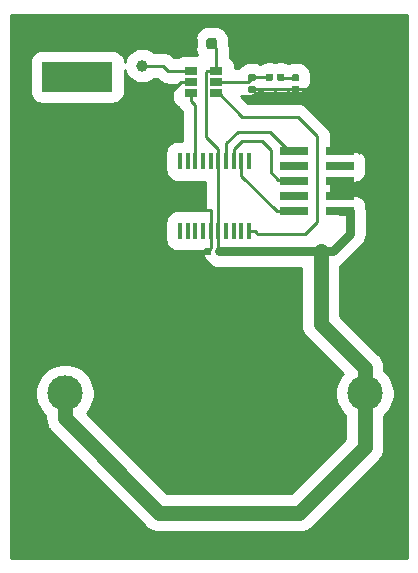
<source format=gbr>
G04 #@! TF.GenerationSoftware,KiCad,Pcbnew,(5.1.2)-2*
G04 #@! TF.CreationDate,2019-10-10T00:04:00-05:00*
G04 #@! TF.ProjectId,MillingTest,4d696c6c-696e-4675-9465-73742e6b6963,rev?*
G04 #@! TF.SameCoordinates,Original*
G04 #@! TF.FileFunction,Copper,L1,Top*
G04 #@! TF.FilePolarity,Positive*
%FSLAX46Y46*%
G04 Gerber Fmt 4.6, Leading zero omitted, Abs format (unit mm)*
G04 Created by KiCad (PCBNEW (5.1.2)-2) date 2019-10-10 00:04:00*
%MOMM*%
%LPD*%
G04 APERTURE LIST*
%ADD10R,2.400000X0.740000*%
%ADD11C,0.100000*%
%ADD12C,0.590000*%
%ADD13C,0.875000*%
%ADD14R,6.000000X2.500000*%
%ADD15C,1.000000*%
%ADD16R,0.450000X1.450000*%
%ADD17R,1.060000X0.650000*%
%ADD18R,8.000000X8.000000*%
%ADD19C,3.000000*%
%ADD20C,0.285750*%
%ADD21C,0.762000*%
%ADD22C,1.270000*%
%ADD23C,0.254000*%
G04 APERTURE END LIST*
D10*
X187534000Y-73533000D03*
X191434000Y-73533000D03*
X187534000Y-74803000D03*
X191434000Y-74803000D03*
X187534000Y-76073000D03*
X191434000Y-76073000D03*
X187534000Y-77343000D03*
X191434000Y-77343000D03*
X187534000Y-78613000D03*
X191434000Y-78613000D03*
D11*
G36*
X186556958Y-66952710D02*
G01*
X186571276Y-66954834D01*
X186585317Y-66958351D01*
X186598946Y-66963228D01*
X186612031Y-66969417D01*
X186624447Y-66976858D01*
X186636073Y-66985481D01*
X186646798Y-66995202D01*
X186656519Y-67005927D01*
X186665142Y-67017553D01*
X186672583Y-67029969D01*
X186678772Y-67043054D01*
X186683649Y-67056683D01*
X186687166Y-67070724D01*
X186689290Y-67085042D01*
X186690000Y-67099500D01*
X186690000Y-67444500D01*
X186689290Y-67458958D01*
X186687166Y-67473276D01*
X186683649Y-67487317D01*
X186678772Y-67500946D01*
X186672583Y-67514031D01*
X186665142Y-67526447D01*
X186656519Y-67538073D01*
X186646798Y-67548798D01*
X186636073Y-67558519D01*
X186624447Y-67567142D01*
X186612031Y-67574583D01*
X186598946Y-67580772D01*
X186585317Y-67585649D01*
X186571276Y-67589166D01*
X186556958Y-67591290D01*
X186542500Y-67592000D01*
X186247500Y-67592000D01*
X186233042Y-67591290D01*
X186218724Y-67589166D01*
X186204683Y-67585649D01*
X186191054Y-67580772D01*
X186177969Y-67574583D01*
X186165553Y-67567142D01*
X186153927Y-67558519D01*
X186143202Y-67548798D01*
X186133481Y-67538073D01*
X186124858Y-67526447D01*
X186117417Y-67514031D01*
X186111228Y-67500946D01*
X186106351Y-67487317D01*
X186102834Y-67473276D01*
X186100710Y-67458958D01*
X186100000Y-67444500D01*
X186100000Y-67099500D01*
X186100710Y-67085042D01*
X186102834Y-67070724D01*
X186106351Y-67056683D01*
X186111228Y-67043054D01*
X186117417Y-67029969D01*
X186124858Y-67017553D01*
X186133481Y-67005927D01*
X186143202Y-66995202D01*
X186153927Y-66985481D01*
X186165553Y-66976858D01*
X186177969Y-66969417D01*
X186191054Y-66963228D01*
X186204683Y-66958351D01*
X186218724Y-66954834D01*
X186233042Y-66952710D01*
X186247500Y-66952000D01*
X186542500Y-66952000D01*
X186556958Y-66952710D01*
X186556958Y-66952710D01*
G37*
D12*
X186395000Y-67272000D03*
D11*
G36*
X185586958Y-66952710D02*
G01*
X185601276Y-66954834D01*
X185615317Y-66958351D01*
X185628946Y-66963228D01*
X185642031Y-66969417D01*
X185654447Y-66976858D01*
X185666073Y-66985481D01*
X185676798Y-66995202D01*
X185686519Y-67005927D01*
X185695142Y-67017553D01*
X185702583Y-67029969D01*
X185708772Y-67043054D01*
X185713649Y-67056683D01*
X185717166Y-67070724D01*
X185719290Y-67085042D01*
X185720000Y-67099500D01*
X185720000Y-67444500D01*
X185719290Y-67458958D01*
X185717166Y-67473276D01*
X185713649Y-67487317D01*
X185708772Y-67500946D01*
X185702583Y-67514031D01*
X185695142Y-67526447D01*
X185686519Y-67538073D01*
X185676798Y-67548798D01*
X185666073Y-67558519D01*
X185654447Y-67567142D01*
X185642031Y-67574583D01*
X185628946Y-67580772D01*
X185615317Y-67585649D01*
X185601276Y-67589166D01*
X185586958Y-67591290D01*
X185572500Y-67592000D01*
X185277500Y-67592000D01*
X185263042Y-67591290D01*
X185248724Y-67589166D01*
X185234683Y-67585649D01*
X185221054Y-67580772D01*
X185207969Y-67574583D01*
X185195553Y-67567142D01*
X185183927Y-67558519D01*
X185173202Y-67548798D01*
X185163481Y-67538073D01*
X185154858Y-67526447D01*
X185147417Y-67514031D01*
X185141228Y-67500946D01*
X185136351Y-67487317D01*
X185132834Y-67473276D01*
X185130710Y-67458958D01*
X185130000Y-67444500D01*
X185130000Y-67099500D01*
X185130710Y-67085042D01*
X185132834Y-67070724D01*
X185136351Y-67056683D01*
X185141228Y-67043054D01*
X185147417Y-67029969D01*
X185154858Y-67017553D01*
X185163481Y-67005927D01*
X185173202Y-66995202D01*
X185183927Y-66985481D01*
X185195553Y-66976858D01*
X185207969Y-66969417D01*
X185221054Y-66963228D01*
X185234683Y-66958351D01*
X185248724Y-66954834D01*
X185263042Y-66952710D01*
X185277500Y-66952000D01*
X185572500Y-66952000D01*
X185586958Y-66952710D01*
X185586958Y-66952710D01*
G37*
D12*
X185425000Y-67272000D03*
D11*
G36*
X187826958Y-67982710D02*
G01*
X187841276Y-67984834D01*
X187855317Y-67988351D01*
X187868946Y-67993228D01*
X187882031Y-67999417D01*
X187894447Y-68006858D01*
X187906073Y-68015481D01*
X187916798Y-68025202D01*
X187926519Y-68035927D01*
X187935142Y-68047553D01*
X187942583Y-68059969D01*
X187948772Y-68073054D01*
X187953649Y-68086683D01*
X187957166Y-68100724D01*
X187959290Y-68115042D01*
X187960000Y-68129500D01*
X187960000Y-68424500D01*
X187959290Y-68438958D01*
X187957166Y-68453276D01*
X187953649Y-68467317D01*
X187948772Y-68480946D01*
X187942583Y-68494031D01*
X187935142Y-68506447D01*
X187926519Y-68518073D01*
X187916798Y-68528798D01*
X187906073Y-68538519D01*
X187894447Y-68547142D01*
X187882031Y-68554583D01*
X187868946Y-68560772D01*
X187855317Y-68565649D01*
X187841276Y-68569166D01*
X187826958Y-68571290D01*
X187812500Y-68572000D01*
X187467500Y-68572000D01*
X187453042Y-68571290D01*
X187438724Y-68569166D01*
X187424683Y-68565649D01*
X187411054Y-68560772D01*
X187397969Y-68554583D01*
X187385553Y-68547142D01*
X187373927Y-68538519D01*
X187363202Y-68528798D01*
X187353481Y-68518073D01*
X187344858Y-68506447D01*
X187337417Y-68494031D01*
X187331228Y-68480946D01*
X187326351Y-68467317D01*
X187322834Y-68453276D01*
X187320710Y-68438958D01*
X187320000Y-68424500D01*
X187320000Y-68129500D01*
X187320710Y-68115042D01*
X187322834Y-68100724D01*
X187326351Y-68086683D01*
X187331228Y-68073054D01*
X187337417Y-68059969D01*
X187344858Y-68047553D01*
X187353481Y-68035927D01*
X187363202Y-68025202D01*
X187373927Y-68015481D01*
X187385553Y-68006858D01*
X187397969Y-67999417D01*
X187411054Y-67993228D01*
X187424683Y-67988351D01*
X187438724Y-67984834D01*
X187453042Y-67982710D01*
X187467500Y-67982000D01*
X187812500Y-67982000D01*
X187826958Y-67982710D01*
X187826958Y-67982710D01*
G37*
D12*
X187640000Y-68277000D03*
D11*
G36*
X187826958Y-67012710D02*
G01*
X187841276Y-67014834D01*
X187855317Y-67018351D01*
X187868946Y-67023228D01*
X187882031Y-67029417D01*
X187894447Y-67036858D01*
X187906073Y-67045481D01*
X187916798Y-67055202D01*
X187926519Y-67065927D01*
X187935142Y-67077553D01*
X187942583Y-67089969D01*
X187948772Y-67103054D01*
X187953649Y-67116683D01*
X187957166Y-67130724D01*
X187959290Y-67145042D01*
X187960000Y-67159500D01*
X187960000Y-67454500D01*
X187959290Y-67468958D01*
X187957166Y-67483276D01*
X187953649Y-67497317D01*
X187948772Y-67510946D01*
X187942583Y-67524031D01*
X187935142Y-67536447D01*
X187926519Y-67548073D01*
X187916798Y-67558798D01*
X187906073Y-67568519D01*
X187894447Y-67577142D01*
X187882031Y-67584583D01*
X187868946Y-67590772D01*
X187855317Y-67595649D01*
X187841276Y-67599166D01*
X187826958Y-67601290D01*
X187812500Y-67602000D01*
X187467500Y-67602000D01*
X187453042Y-67601290D01*
X187438724Y-67599166D01*
X187424683Y-67595649D01*
X187411054Y-67590772D01*
X187397969Y-67584583D01*
X187385553Y-67577142D01*
X187373927Y-67568519D01*
X187363202Y-67558798D01*
X187353481Y-67548073D01*
X187344858Y-67536447D01*
X187337417Y-67524031D01*
X187331228Y-67510946D01*
X187326351Y-67497317D01*
X187322834Y-67483276D01*
X187320710Y-67468958D01*
X187320000Y-67454500D01*
X187320000Y-67159500D01*
X187320710Y-67145042D01*
X187322834Y-67130724D01*
X187326351Y-67116683D01*
X187331228Y-67103054D01*
X187337417Y-67089969D01*
X187344858Y-67077553D01*
X187353481Y-67065927D01*
X187363202Y-67055202D01*
X187373927Y-67045481D01*
X187385553Y-67036858D01*
X187397969Y-67029417D01*
X187411054Y-67023228D01*
X187424683Y-67018351D01*
X187438724Y-67014834D01*
X187453042Y-67012710D01*
X187467500Y-67012000D01*
X187812500Y-67012000D01*
X187826958Y-67012710D01*
X187826958Y-67012710D01*
G37*
D12*
X187640000Y-67307000D03*
D11*
G36*
X179212691Y-63946053D02*
G01*
X179233926Y-63949203D01*
X179254750Y-63954419D01*
X179274962Y-63961651D01*
X179294368Y-63970830D01*
X179312781Y-63981866D01*
X179330024Y-63994654D01*
X179345930Y-64009070D01*
X179360346Y-64024976D01*
X179373134Y-64042219D01*
X179384170Y-64060632D01*
X179393349Y-64080038D01*
X179400581Y-64100250D01*
X179405797Y-64121074D01*
X179408947Y-64142309D01*
X179410000Y-64163750D01*
X179410000Y-64676250D01*
X179408947Y-64697691D01*
X179405797Y-64718926D01*
X179400581Y-64739750D01*
X179393349Y-64759962D01*
X179384170Y-64779368D01*
X179373134Y-64797781D01*
X179360346Y-64815024D01*
X179345930Y-64830930D01*
X179330024Y-64845346D01*
X179312781Y-64858134D01*
X179294368Y-64869170D01*
X179274962Y-64878349D01*
X179254750Y-64885581D01*
X179233926Y-64890797D01*
X179212691Y-64893947D01*
X179191250Y-64895000D01*
X178753750Y-64895000D01*
X178732309Y-64893947D01*
X178711074Y-64890797D01*
X178690250Y-64885581D01*
X178670038Y-64878349D01*
X178650632Y-64869170D01*
X178632219Y-64858134D01*
X178614976Y-64845346D01*
X178599070Y-64830930D01*
X178584654Y-64815024D01*
X178571866Y-64797781D01*
X178560830Y-64779368D01*
X178551651Y-64759962D01*
X178544419Y-64739750D01*
X178539203Y-64718926D01*
X178536053Y-64697691D01*
X178535000Y-64676250D01*
X178535000Y-64163750D01*
X178536053Y-64142309D01*
X178539203Y-64121074D01*
X178544419Y-64100250D01*
X178551651Y-64080038D01*
X178560830Y-64060632D01*
X178571866Y-64042219D01*
X178584654Y-64024976D01*
X178599070Y-64009070D01*
X178614976Y-63994654D01*
X178632219Y-63981866D01*
X178650632Y-63970830D01*
X178670038Y-63961651D01*
X178690250Y-63954419D01*
X178711074Y-63949203D01*
X178732309Y-63946053D01*
X178753750Y-63945000D01*
X179191250Y-63945000D01*
X179212691Y-63946053D01*
X179212691Y-63946053D01*
G37*
D13*
X178972500Y-64420000D03*
D11*
G36*
X180787691Y-63946053D02*
G01*
X180808926Y-63949203D01*
X180829750Y-63954419D01*
X180849962Y-63961651D01*
X180869368Y-63970830D01*
X180887781Y-63981866D01*
X180905024Y-63994654D01*
X180920930Y-64009070D01*
X180935346Y-64024976D01*
X180948134Y-64042219D01*
X180959170Y-64060632D01*
X180968349Y-64080038D01*
X180975581Y-64100250D01*
X180980797Y-64121074D01*
X180983947Y-64142309D01*
X180985000Y-64163750D01*
X180985000Y-64676250D01*
X180983947Y-64697691D01*
X180980797Y-64718926D01*
X180975581Y-64739750D01*
X180968349Y-64759962D01*
X180959170Y-64779368D01*
X180948134Y-64797781D01*
X180935346Y-64815024D01*
X180920930Y-64830930D01*
X180905024Y-64845346D01*
X180887781Y-64858134D01*
X180869368Y-64869170D01*
X180849962Y-64878349D01*
X180829750Y-64885581D01*
X180808926Y-64890797D01*
X180787691Y-64893947D01*
X180766250Y-64895000D01*
X180328750Y-64895000D01*
X180307309Y-64893947D01*
X180286074Y-64890797D01*
X180265250Y-64885581D01*
X180245038Y-64878349D01*
X180225632Y-64869170D01*
X180207219Y-64858134D01*
X180189976Y-64845346D01*
X180174070Y-64830930D01*
X180159654Y-64815024D01*
X180146866Y-64797781D01*
X180135830Y-64779368D01*
X180126651Y-64759962D01*
X180119419Y-64739750D01*
X180114203Y-64718926D01*
X180111053Y-64697691D01*
X180110000Y-64676250D01*
X180110000Y-64163750D01*
X180111053Y-64142309D01*
X180114203Y-64121074D01*
X180119419Y-64100250D01*
X180126651Y-64080038D01*
X180135830Y-64060632D01*
X180146866Y-64042219D01*
X180159654Y-64024976D01*
X180174070Y-64009070D01*
X180189976Y-63994654D01*
X180207219Y-63981866D01*
X180225632Y-63970830D01*
X180245038Y-63961651D01*
X180265250Y-63954419D01*
X180286074Y-63949203D01*
X180307309Y-63946053D01*
X180328750Y-63945000D01*
X180766250Y-63945000D01*
X180787691Y-63946053D01*
X180787691Y-63946053D01*
G37*
D13*
X180547500Y-64420000D03*
D11*
G36*
X184146958Y-67987710D02*
G01*
X184161276Y-67989834D01*
X184175317Y-67993351D01*
X184188946Y-67998228D01*
X184202031Y-68004417D01*
X184214447Y-68011858D01*
X184226073Y-68020481D01*
X184236798Y-68030202D01*
X184246519Y-68040927D01*
X184255142Y-68052553D01*
X184262583Y-68064969D01*
X184268772Y-68078054D01*
X184273649Y-68091683D01*
X184277166Y-68105724D01*
X184279290Y-68120042D01*
X184280000Y-68134500D01*
X184280000Y-68429500D01*
X184279290Y-68443958D01*
X184277166Y-68458276D01*
X184273649Y-68472317D01*
X184268772Y-68485946D01*
X184262583Y-68499031D01*
X184255142Y-68511447D01*
X184246519Y-68523073D01*
X184236798Y-68533798D01*
X184226073Y-68543519D01*
X184214447Y-68552142D01*
X184202031Y-68559583D01*
X184188946Y-68565772D01*
X184175317Y-68570649D01*
X184161276Y-68574166D01*
X184146958Y-68576290D01*
X184132500Y-68577000D01*
X183787500Y-68577000D01*
X183773042Y-68576290D01*
X183758724Y-68574166D01*
X183744683Y-68570649D01*
X183731054Y-68565772D01*
X183717969Y-68559583D01*
X183705553Y-68552142D01*
X183693927Y-68543519D01*
X183683202Y-68533798D01*
X183673481Y-68523073D01*
X183664858Y-68511447D01*
X183657417Y-68499031D01*
X183651228Y-68485946D01*
X183646351Y-68472317D01*
X183642834Y-68458276D01*
X183640710Y-68443958D01*
X183640000Y-68429500D01*
X183640000Y-68134500D01*
X183640710Y-68120042D01*
X183642834Y-68105724D01*
X183646351Y-68091683D01*
X183651228Y-68078054D01*
X183657417Y-68064969D01*
X183664858Y-68052553D01*
X183673481Y-68040927D01*
X183683202Y-68030202D01*
X183693927Y-68020481D01*
X183705553Y-68011858D01*
X183717969Y-68004417D01*
X183731054Y-67998228D01*
X183744683Y-67993351D01*
X183758724Y-67989834D01*
X183773042Y-67987710D01*
X183787500Y-67987000D01*
X184132500Y-67987000D01*
X184146958Y-67987710D01*
X184146958Y-67987710D01*
G37*
D12*
X183960000Y-68282000D03*
D11*
G36*
X184146958Y-67017710D02*
G01*
X184161276Y-67019834D01*
X184175317Y-67023351D01*
X184188946Y-67028228D01*
X184202031Y-67034417D01*
X184214447Y-67041858D01*
X184226073Y-67050481D01*
X184236798Y-67060202D01*
X184246519Y-67070927D01*
X184255142Y-67082553D01*
X184262583Y-67094969D01*
X184268772Y-67108054D01*
X184273649Y-67121683D01*
X184277166Y-67135724D01*
X184279290Y-67150042D01*
X184280000Y-67164500D01*
X184280000Y-67459500D01*
X184279290Y-67473958D01*
X184277166Y-67488276D01*
X184273649Y-67502317D01*
X184268772Y-67515946D01*
X184262583Y-67529031D01*
X184255142Y-67541447D01*
X184246519Y-67553073D01*
X184236798Y-67563798D01*
X184226073Y-67573519D01*
X184214447Y-67582142D01*
X184202031Y-67589583D01*
X184188946Y-67595772D01*
X184175317Y-67600649D01*
X184161276Y-67604166D01*
X184146958Y-67606290D01*
X184132500Y-67607000D01*
X183787500Y-67607000D01*
X183773042Y-67606290D01*
X183758724Y-67604166D01*
X183744683Y-67600649D01*
X183731054Y-67595772D01*
X183717969Y-67589583D01*
X183705553Y-67582142D01*
X183693927Y-67573519D01*
X183683202Y-67563798D01*
X183673481Y-67553073D01*
X183664858Y-67541447D01*
X183657417Y-67529031D01*
X183651228Y-67515946D01*
X183646351Y-67502317D01*
X183642834Y-67488276D01*
X183640710Y-67473958D01*
X183640000Y-67459500D01*
X183640000Y-67164500D01*
X183640710Y-67150042D01*
X183642834Y-67135724D01*
X183646351Y-67121683D01*
X183651228Y-67108054D01*
X183657417Y-67094969D01*
X183664858Y-67082553D01*
X183673481Y-67070927D01*
X183683202Y-67060202D01*
X183693927Y-67050481D01*
X183705553Y-67041858D01*
X183717969Y-67034417D01*
X183731054Y-67028228D01*
X183744683Y-67023351D01*
X183758724Y-67019834D01*
X183773042Y-67017710D01*
X183787500Y-67017000D01*
X184132500Y-67017000D01*
X184146958Y-67017710D01*
X184146958Y-67017710D01*
G37*
D12*
X183960000Y-67312000D03*
D14*
X169170000Y-67230000D03*
D15*
X174670000Y-68180000D03*
X174670000Y-66280000D03*
D16*
X183725000Y-80270000D03*
X183075000Y-80270000D03*
X182425000Y-80270000D03*
X181775000Y-80270000D03*
X181125000Y-80270000D03*
X180475000Y-80270000D03*
X179825000Y-80270000D03*
X179175000Y-80270000D03*
X178525000Y-80270000D03*
X177875000Y-80270000D03*
X177875000Y-74370000D03*
X178525000Y-74370000D03*
X179175000Y-74370000D03*
X179825000Y-74370000D03*
X180475000Y-74370000D03*
X181125000Y-74370000D03*
X181775000Y-74370000D03*
X182425000Y-74370000D03*
X183075000Y-74370000D03*
X183725000Y-74370000D03*
D17*
X180960000Y-67680000D03*
X180960000Y-66730000D03*
X180960000Y-68630000D03*
X178760000Y-68630000D03*
X178760000Y-67680000D03*
X178760000Y-66730000D03*
D11*
G36*
X180391958Y-81690710D02*
G01*
X180406276Y-81692834D01*
X180420317Y-81696351D01*
X180433946Y-81701228D01*
X180447031Y-81707417D01*
X180459447Y-81714858D01*
X180471073Y-81723481D01*
X180481798Y-81733202D01*
X180491519Y-81743927D01*
X180500142Y-81755553D01*
X180507583Y-81767969D01*
X180513772Y-81781054D01*
X180518649Y-81794683D01*
X180522166Y-81808724D01*
X180524290Y-81823042D01*
X180525000Y-81837500D01*
X180525000Y-82182500D01*
X180524290Y-82196958D01*
X180522166Y-82211276D01*
X180518649Y-82225317D01*
X180513772Y-82238946D01*
X180507583Y-82252031D01*
X180500142Y-82264447D01*
X180491519Y-82276073D01*
X180481798Y-82286798D01*
X180471073Y-82296519D01*
X180459447Y-82305142D01*
X180447031Y-82312583D01*
X180433946Y-82318772D01*
X180420317Y-82323649D01*
X180406276Y-82327166D01*
X180391958Y-82329290D01*
X180377500Y-82330000D01*
X180082500Y-82330000D01*
X180068042Y-82329290D01*
X180053724Y-82327166D01*
X180039683Y-82323649D01*
X180026054Y-82318772D01*
X180012969Y-82312583D01*
X180000553Y-82305142D01*
X179988927Y-82296519D01*
X179978202Y-82286798D01*
X179968481Y-82276073D01*
X179959858Y-82264447D01*
X179952417Y-82252031D01*
X179946228Y-82238946D01*
X179941351Y-82225317D01*
X179937834Y-82211276D01*
X179935710Y-82196958D01*
X179935000Y-82182500D01*
X179935000Y-81837500D01*
X179935710Y-81823042D01*
X179937834Y-81808724D01*
X179941351Y-81794683D01*
X179946228Y-81781054D01*
X179952417Y-81767969D01*
X179959858Y-81755553D01*
X179968481Y-81743927D01*
X179978202Y-81733202D01*
X179988927Y-81723481D01*
X180000553Y-81714858D01*
X180012969Y-81707417D01*
X180026054Y-81701228D01*
X180039683Y-81696351D01*
X180053724Y-81692834D01*
X180068042Y-81690710D01*
X180082500Y-81690000D01*
X180377500Y-81690000D01*
X180391958Y-81690710D01*
X180391958Y-81690710D01*
G37*
D12*
X180230000Y-82010000D03*
D11*
G36*
X181361958Y-81690710D02*
G01*
X181376276Y-81692834D01*
X181390317Y-81696351D01*
X181403946Y-81701228D01*
X181417031Y-81707417D01*
X181429447Y-81714858D01*
X181441073Y-81723481D01*
X181451798Y-81733202D01*
X181461519Y-81743927D01*
X181470142Y-81755553D01*
X181477583Y-81767969D01*
X181483772Y-81781054D01*
X181488649Y-81794683D01*
X181492166Y-81808724D01*
X181494290Y-81823042D01*
X181495000Y-81837500D01*
X181495000Y-82182500D01*
X181494290Y-82196958D01*
X181492166Y-82211276D01*
X181488649Y-82225317D01*
X181483772Y-82238946D01*
X181477583Y-82252031D01*
X181470142Y-82264447D01*
X181461519Y-82276073D01*
X181451798Y-82286798D01*
X181441073Y-82296519D01*
X181429447Y-82305142D01*
X181417031Y-82312583D01*
X181403946Y-82318772D01*
X181390317Y-82323649D01*
X181376276Y-82327166D01*
X181361958Y-82329290D01*
X181347500Y-82330000D01*
X181052500Y-82330000D01*
X181038042Y-82329290D01*
X181023724Y-82327166D01*
X181009683Y-82323649D01*
X180996054Y-82318772D01*
X180982969Y-82312583D01*
X180970553Y-82305142D01*
X180958927Y-82296519D01*
X180948202Y-82286798D01*
X180938481Y-82276073D01*
X180929858Y-82264447D01*
X180922417Y-82252031D01*
X180916228Y-82238946D01*
X180911351Y-82225317D01*
X180907834Y-82211276D01*
X180905710Y-82196958D01*
X180905000Y-82182500D01*
X180905000Y-81837500D01*
X180905710Y-81823042D01*
X180907834Y-81808724D01*
X180911351Y-81794683D01*
X180916228Y-81781054D01*
X180922417Y-81767969D01*
X180929858Y-81755553D01*
X180938481Y-81743927D01*
X180948202Y-81733202D01*
X180958927Y-81723481D01*
X180970553Y-81714858D01*
X180982969Y-81707417D01*
X180996054Y-81701228D01*
X181009683Y-81696351D01*
X181023724Y-81692834D01*
X181038042Y-81690710D01*
X181052500Y-81690000D01*
X181347500Y-81690000D01*
X181361958Y-81690710D01*
X181361958Y-81690710D01*
G37*
D12*
X181200000Y-82010000D03*
D18*
X180820000Y-94030000D03*
D19*
X193520000Y-94030000D03*
X168120000Y-94030000D03*
D20*
X180475000Y-81765000D02*
X180475000Y-80270000D01*
X180230000Y-82010000D02*
X180475000Y-81765000D01*
X180475000Y-80270000D02*
X180475000Y-78478000D01*
X177944250Y-67680000D02*
X177679250Y-67945000D01*
X178760000Y-67680000D02*
X177944250Y-67680000D01*
X177679250Y-67945000D02*
X176784000Y-67945000D01*
X180475000Y-78478000D02*
X179443000Y-78478000D01*
X179443000Y-78478000D02*
X179324000Y-78359000D01*
X179324000Y-78359000D02*
X179324000Y-77470000D01*
X177944250Y-67680000D02*
X177044250Y-68580000D01*
X176644250Y-68180000D02*
X174670000Y-68180000D01*
X177044250Y-68580000D02*
X176644250Y-68180000D01*
X183960000Y-68282000D02*
X185122000Y-68282000D01*
X185127000Y-68277000D02*
X187640000Y-68277000D01*
X185122000Y-68282000D02*
X185127000Y-68277000D01*
X187640000Y-68277000D02*
X190197000Y-68277000D01*
X191434000Y-77343000D02*
X191434000Y-76073000D01*
X192919750Y-73533000D02*
X193046750Y-73660000D01*
X191434000Y-73533000D02*
X192919750Y-73533000D01*
X180910000Y-66680000D02*
X180960000Y-66730000D01*
X180547500Y-64420000D02*
X180910000Y-64782500D01*
X180910000Y-64782500D02*
X180910000Y-66680000D01*
X181125000Y-81935000D02*
X181200000Y-82010000D01*
X181125000Y-80270000D02*
X181125000Y-81935000D01*
X181125000Y-80270000D02*
X181125000Y-74370000D01*
X180144250Y-66730000D02*
X180960000Y-66730000D01*
X180087124Y-66787126D02*
X180144250Y-66730000D01*
X180087124Y-72321374D02*
X180087124Y-66787126D01*
X181125000Y-73359250D02*
X180087124Y-72321374D01*
X181125000Y-74370000D02*
X181125000Y-73359250D01*
D21*
X192264000Y-78613000D02*
X191434000Y-78613000D01*
X192278000Y-78627000D02*
X192264000Y-78613000D01*
X192278000Y-80518000D02*
X192278000Y-78627000D01*
X191262000Y-81534000D02*
X192278000Y-80518000D01*
X190786000Y-82010000D02*
X191262000Y-81534000D01*
D22*
X193520000Y-98580000D02*
X193520000Y-94030000D01*
X187960000Y-104140000D02*
X193520000Y-98580000D01*
X176108680Y-104140000D02*
X187960000Y-104140000D01*
X168120000Y-94030000D02*
X168120000Y-96151320D01*
X168120000Y-96151320D02*
X176108680Y-104140000D01*
X189770000Y-88158680D02*
X189770000Y-82010000D01*
X193520000Y-91908680D02*
X189770000Y-88158680D01*
X193520000Y-94030000D02*
X193520000Y-91908680D01*
D21*
X181200000Y-82010000D02*
X189770000Y-82010000D01*
X189770000Y-82010000D02*
X190786000Y-82010000D01*
D20*
X186980000Y-73410000D02*
X185452000Y-71882000D01*
X181775000Y-73359250D02*
X181775000Y-74370000D01*
X185452000Y-71882000D02*
X182753000Y-71882000D01*
X181775000Y-72860000D02*
X181775000Y-73359250D01*
X182753000Y-71882000D02*
X181775000Y-72860000D01*
X182425000Y-74370000D02*
X182425000Y-73359250D01*
X182425000Y-73359250D02*
X183140250Y-72644000D01*
X183140250Y-72644000D02*
X184785000Y-72644000D01*
X184785000Y-72644000D02*
X185547000Y-73406000D01*
X186186000Y-75950000D02*
X186980000Y-75950000D01*
X185547000Y-73406000D02*
X185547000Y-75311000D01*
X185547000Y-75311000D02*
X186186000Y-75950000D01*
X186048250Y-78613000D02*
X187534000Y-78613000D01*
X183075000Y-75639750D02*
X186048250Y-78613000D01*
X183075000Y-74370000D02*
X183075000Y-75639750D01*
X176880000Y-66730000D02*
X178760000Y-66730000D01*
X174670000Y-66280000D02*
X176430000Y-66280000D01*
X176430000Y-66280000D02*
X176880000Y-66730000D01*
X183820000Y-67172000D02*
X183960000Y-67312000D01*
X184000000Y-67272000D02*
X183960000Y-67312000D01*
X185425000Y-67272000D02*
X184000000Y-67272000D01*
X183592000Y-67680000D02*
X183960000Y-67312000D01*
X180960000Y-67680000D02*
X183592000Y-67680000D01*
X186430000Y-67307000D02*
X186395000Y-67272000D01*
X187640000Y-67307000D02*
X186430000Y-67307000D01*
X184235750Y-80270000D02*
X183725000Y-80270000D01*
X184404000Y-80518000D02*
X184404000Y-80438250D01*
X188468000Y-80518000D02*
X184404000Y-80518000D01*
X181165000Y-68630000D02*
X183147000Y-70612000D01*
X180960000Y-68630000D02*
X181165000Y-68630000D01*
X183147000Y-70612000D02*
X187833000Y-70612000D01*
X187833000Y-70612000D02*
X189484000Y-72263000D01*
X184404000Y-80438250D02*
X184235750Y-80270000D01*
X189484000Y-72263000D02*
X189484000Y-79502000D01*
X189484000Y-79502000D02*
X188468000Y-80518000D01*
X179175000Y-73359250D02*
X179175000Y-74370000D01*
X179175000Y-69655750D02*
X179175000Y-73359250D01*
X178760000Y-69240750D02*
X179175000Y-69655750D01*
X178760000Y-68630000D02*
X178760000Y-69240750D01*
D23*
G36*
X197079000Y-107959000D02*
G01*
X163601000Y-107959000D01*
X163601000Y-65980000D01*
X165149085Y-65980000D01*
X165149085Y-68480000D01*
X165168702Y-68679171D01*
X165226798Y-68870687D01*
X165321140Y-69047190D01*
X165448104Y-69201896D01*
X165602810Y-69328860D01*
X165779313Y-69423202D01*
X165970829Y-69481298D01*
X166170000Y-69500915D01*
X172170000Y-69500915D01*
X172369171Y-69481298D01*
X172560687Y-69423202D01*
X172737190Y-69328860D01*
X172891896Y-69201896D01*
X173018860Y-69047190D01*
X173113202Y-68870687D01*
X173171298Y-68679171D01*
X173190915Y-68480000D01*
X173190915Y-66614897D01*
X173212259Y-66722201D01*
X173326538Y-66998095D01*
X173492446Y-67246393D01*
X173703607Y-67457554D01*
X173951905Y-67623462D01*
X174227799Y-67737741D01*
X174520687Y-67796000D01*
X174819313Y-67796000D01*
X175112201Y-67737741D01*
X175388095Y-67623462D01*
X175636393Y-67457554D01*
X175655072Y-67438875D01*
X175949979Y-67438875D01*
X176020294Y-67509190D01*
X176056587Y-67553413D01*
X176233048Y-67698231D01*
X176434372Y-67805841D01*
X176652821Y-67872107D01*
X176823071Y-67888875D01*
X176823080Y-67888875D01*
X176879999Y-67894481D01*
X176936918Y-67888875D01*
X177300395Y-67888875D01*
X177286798Y-67914313D01*
X177228702Y-68105829D01*
X177209085Y-68305000D01*
X177209085Y-68955000D01*
X177228702Y-69154171D01*
X177286798Y-69345687D01*
X177381140Y-69522190D01*
X177508104Y-69676896D01*
X177662810Y-69803860D01*
X177780611Y-69866825D01*
X177791769Y-69887701D01*
X177900297Y-70019943D01*
X177900300Y-70019946D01*
X177936588Y-70064163D01*
X177980805Y-70100451D01*
X178016125Y-70135771D01*
X178016126Y-72624085D01*
X177650000Y-72624085D01*
X177450829Y-72643702D01*
X177259313Y-72701798D01*
X177082810Y-72796140D01*
X176928104Y-72923104D01*
X176801140Y-73077810D01*
X176706798Y-73254313D01*
X176648702Y-73445829D01*
X176629085Y-73645000D01*
X176629085Y-75095000D01*
X176648702Y-75294171D01*
X176706798Y-75485687D01*
X176801140Y-75662190D01*
X176928104Y-75816896D01*
X177082810Y-75943860D01*
X177259313Y-76038202D01*
X177450829Y-76096298D01*
X177650000Y-76115915D01*
X178100000Y-76115915D01*
X178200000Y-76106066D01*
X178300000Y-76115915D01*
X178750000Y-76115915D01*
X178850000Y-76106066D01*
X178950000Y-76115915D01*
X179400000Y-76115915D01*
X179500000Y-76106066D01*
X179600000Y-76115915D01*
X179966126Y-76115915D01*
X179966125Y-78524085D01*
X179600000Y-78524085D01*
X179500000Y-78533934D01*
X179400000Y-78524085D01*
X178950000Y-78524085D01*
X178850000Y-78533934D01*
X178750000Y-78524085D01*
X178300000Y-78524085D01*
X178200000Y-78533934D01*
X178100000Y-78524085D01*
X177650000Y-78524085D01*
X177450829Y-78543702D01*
X177259313Y-78601798D01*
X177082810Y-78696140D01*
X176928104Y-78823104D01*
X176801140Y-78977810D01*
X176706798Y-79154313D01*
X176648702Y-79345829D01*
X176629085Y-79545000D01*
X176629085Y-80995000D01*
X176648702Y-81194171D01*
X176706798Y-81385687D01*
X176801140Y-81562190D01*
X176928104Y-81716896D01*
X177082810Y-81843860D01*
X177259313Y-81938202D01*
X177450829Y-81996298D01*
X177650000Y-82015915D01*
X178100000Y-82015915D01*
X178200000Y-82006066D01*
X178300000Y-82015915D01*
X178750000Y-82015915D01*
X178850000Y-82006066D01*
X178950000Y-82015915D01*
X179400000Y-82015915D01*
X179500000Y-82006066D01*
X179600000Y-82015915D01*
X179796824Y-82015915D01*
X179823214Y-82283860D01*
X179903096Y-82547195D01*
X180032817Y-82789887D01*
X180207392Y-83002608D01*
X180420113Y-83177183D01*
X180662805Y-83306904D01*
X180926140Y-83386786D01*
X181131375Y-83407000D01*
X188119001Y-83407000D01*
X188119000Y-88077579D01*
X188111012Y-88158680D01*
X188119000Y-88239781D01*
X188119000Y-88239783D01*
X188142889Y-88482332D01*
X188237295Y-88793546D01*
X188390602Y-89080363D01*
X188596918Y-89331762D01*
X188659921Y-89383467D01*
X191634146Y-92357692D01*
X191565695Y-92426143D01*
X191290350Y-92838227D01*
X191100688Y-93296110D01*
X191004000Y-93782196D01*
X191004000Y-94277804D01*
X191100688Y-94763890D01*
X191290350Y-95221773D01*
X191565695Y-95633857D01*
X191869001Y-95937163D01*
X191869000Y-97896133D01*
X187276134Y-102489000D01*
X176792546Y-102489000D01*
X170005854Y-95702308D01*
X170074305Y-95633857D01*
X170349650Y-95221773D01*
X170539312Y-94763890D01*
X170636000Y-94277804D01*
X170636000Y-93782196D01*
X170539312Y-93296110D01*
X170349650Y-92838227D01*
X170074305Y-92426143D01*
X169723857Y-92075695D01*
X169311773Y-91800350D01*
X168853890Y-91610688D01*
X168367804Y-91514000D01*
X167872196Y-91514000D01*
X167386110Y-91610688D01*
X166928227Y-91800350D01*
X166516143Y-92075695D01*
X166165695Y-92426143D01*
X165890350Y-92838227D01*
X165700688Y-93296110D01*
X165604000Y-93782196D01*
X165604000Y-94277804D01*
X165700688Y-94763890D01*
X165890350Y-95221773D01*
X166165695Y-95633857D01*
X166469001Y-95937163D01*
X166469001Y-96070210D01*
X166461012Y-96151320D01*
X166492890Y-96474972D01*
X166587296Y-96786187D01*
X166726862Y-97047296D01*
X166740603Y-97073004D01*
X166946919Y-97324402D01*
X167009916Y-97376102D01*
X174883893Y-105250079D01*
X174935598Y-105313082D01*
X175186996Y-105519398D01*
X175473812Y-105672705D01*
X175546246Y-105694677D01*
X175785027Y-105767111D01*
X176027576Y-105791000D01*
X176027579Y-105791000D01*
X176108680Y-105798988D01*
X176189781Y-105791000D01*
X187878899Y-105791000D01*
X187960000Y-105798988D01*
X188041101Y-105791000D01*
X188041104Y-105791000D01*
X188283653Y-105767111D01*
X188594867Y-105672705D01*
X188881684Y-105519398D01*
X189133082Y-105313082D01*
X189184787Y-105250079D01*
X194630086Y-99804781D01*
X194693082Y-99753082D01*
X194753583Y-99679362D01*
X194899398Y-99501685D01*
X195052704Y-99214868D01*
X195052705Y-99214867D01*
X195147111Y-98903653D01*
X195171000Y-98661104D01*
X195171000Y-98661102D01*
X195178988Y-98580001D01*
X195171000Y-98498900D01*
X195171000Y-95937162D01*
X195474305Y-95633857D01*
X195749650Y-95221773D01*
X195939312Y-94763890D01*
X196036000Y-94277804D01*
X196036000Y-93782196D01*
X195939312Y-93296110D01*
X195749650Y-92838227D01*
X195474305Y-92426143D01*
X195171000Y-92122838D01*
X195171000Y-91989781D01*
X195178988Y-91908680D01*
X195168318Y-91800350D01*
X195147111Y-91585027D01*
X195052705Y-91273813D01*
X194899398Y-90986996D01*
X194693082Y-90735598D01*
X194630085Y-90683898D01*
X191421000Y-87474814D01*
X191421000Y-83254626D01*
X191565887Y-83177183D01*
X191778608Y-83002608D01*
X191822364Y-82949291D01*
X192298353Y-82473302D01*
X193217301Y-81554355D01*
X193270607Y-81510608D01*
X193445183Y-81297887D01*
X193574904Y-81055195D01*
X193654786Y-80791860D01*
X193675000Y-80586625D01*
X193675000Y-80586624D01*
X193681759Y-80518000D01*
X193675000Y-80449375D01*
X193675000Y-78695625D01*
X193681759Y-78627000D01*
X193673555Y-78543702D01*
X193654915Y-78354450D01*
X193654915Y-78243000D01*
X193635298Y-78043829D01*
X193577202Y-77852313D01*
X193482860Y-77675810D01*
X193355896Y-77521104D01*
X193201190Y-77394140D01*
X193024687Y-77299798D01*
X192833171Y-77241702D01*
X192634000Y-77222085D01*
X192394407Y-77222085D01*
X192332625Y-77216000D01*
X192264000Y-77209241D01*
X192195375Y-77216000D01*
X191365375Y-77216000D01*
X191303593Y-77222085D01*
X190642875Y-77222085D01*
X190642875Y-76193915D01*
X192634000Y-76193915D01*
X192833171Y-76174298D01*
X193024687Y-76116202D01*
X193201190Y-76021860D01*
X193355896Y-75894896D01*
X193482860Y-75740190D01*
X193577202Y-75563687D01*
X193635298Y-75372171D01*
X193654915Y-75173000D01*
X193654915Y-74433000D01*
X193635298Y-74233829D01*
X193577202Y-74042313D01*
X193482860Y-73865810D01*
X193355896Y-73711104D01*
X193201190Y-73584140D01*
X193024687Y-73489798D01*
X192833171Y-73431702D01*
X192634000Y-73412085D01*
X190642875Y-73412085D01*
X190642875Y-72319929D01*
X190648482Y-72263000D01*
X190626107Y-72035821D01*
X190559841Y-71817372D01*
X190452231Y-71616048D01*
X190343703Y-71483806D01*
X190343701Y-71483804D01*
X190307413Y-71439587D01*
X190263197Y-71403300D01*
X188692705Y-69832809D01*
X188656413Y-69788587D01*
X188479952Y-69643769D01*
X188278628Y-69536159D01*
X188060179Y-69469893D01*
X187889929Y-69453125D01*
X187889919Y-69453125D01*
X187833000Y-69447519D01*
X187776081Y-69453125D01*
X183627022Y-69453125D01*
X183012772Y-68838875D01*
X183535081Y-68838875D01*
X183592000Y-68844481D01*
X183648919Y-68838875D01*
X183648929Y-68838875D01*
X183819179Y-68822107D01*
X184037628Y-68755841D01*
X184238952Y-68648231D01*
X184281601Y-68613230D01*
X184360446Y-68605464D01*
X184579633Y-68538975D01*
X184719032Y-68464465D01*
X184830367Y-68523975D01*
X185049554Y-68590464D01*
X185277500Y-68612915D01*
X185572500Y-68612915D01*
X185800446Y-68590464D01*
X185910000Y-68557231D01*
X186019554Y-68590464D01*
X186247500Y-68612915D01*
X186542500Y-68612915D01*
X186770446Y-68590464D01*
X186989633Y-68523975D01*
X186995646Y-68520761D01*
X187020367Y-68533975D01*
X187239554Y-68600464D01*
X187467500Y-68622915D01*
X187812500Y-68622915D01*
X188040446Y-68600464D01*
X188259633Y-68533975D01*
X188461637Y-68426002D01*
X188638694Y-68280694D01*
X188784002Y-68103637D01*
X188891975Y-67901633D01*
X188958464Y-67682446D01*
X188980915Y-67454500D01*
X188980915Y-67159500D01*
X188958464Y-66931554D01*
X188891975Y-66712367D01*
X188784002Y-66510363D01*
X188638694Y-66333306D01*
X188461637Y-66187998D01*
X188259633Y-66080025D01*
X188040446Y-66013536D01*
X187812500Y-65991085D01*
X187467500Y-65991085D01*
X187239554Y-66013536D01*
X187072372Y-66064250D01*
X186989633Y-66020025D01*
X186770446Y-65953536D01*
X186542500Y-65931085D01*
X186247500Y-65931085D01*
X186019554Y-65953536D01*
X185910000Y-65986769D01*
X185800446Y-65953536D01*
X185572500Y-65931085D01*
X185277500Y-65931085D01*
X185049554Y-65953536D01*
X184830367Y-66020025D01*
X184656189Y-66113125D01*
X184632205Y-66113125D01*
X184579633Y-66085025D01*
X184360446Y-66018536D01*
X184132500Y-65996085D01*
X183787500Y-65996085D01*
X183559554Y-66018536D01*
X183340367Y-66085025D01*
X183138363Y-66192998D01*
X182961306Y-66338306D01*
X182815998Y-66515363D01*
X182812918Y-66521125D01*
X182510915Y-66521125D01*
X182510915Y-66405000D01*
X182491298Y-66205829D01*
X182433202Y-66014313D01*
X182338860Y-65837810D01*
X182211896Y-65683104D01*
X182068875Y-65565730D01*
X182068875Y-64839418D01*
X182074481Y-64782499D01*
X182068875Y-64725580D01*
X182068875Y-64725571D01*
X182052107Y-64555321D01*
X182005915Y-64403047D01*
X182005915Y-64163750D01*
X181982095Y-63921903D01*
X181911551Y-63689351D01*
X181796994Y-63475029D01*
X181642826Y-63287174D01*
X181454971Y-63133006D01*
X181240649Y-63018449D01*
X181008097Y-62947905D01*
X180766250Y-62924085D01*
X180328750Y-62924085D01*
X180086903Y-62947905D01*
X179854351Y-63018449D01*
X179640029Y-63133006D01*
X179452174Y-63287174D01*
X179298006Y-63475029D01*
X179183449Y-63689351D01*
X179112905Y-63921903D01*
X179089085Y-64163750D01*
X179089085Y-64676250D01*
X179112905Y-64918097D01*
X179183449Y-65150649D01*
X179298006Y-65364971D01*
X179315776Y-65386624D01*
X179290000Y-65384085D01*
X178230000Y-65384085D01*
X178030829Y-65403702D01*
X177839313Y-65461798D01*
X177662810Y-65556140D01*
X177644551Y-65571125D01*
X177360021Y-65571125D01*
X177289706Y-65500810D01*
X177253413Y-65456587D01*
X177076952Y-65311769D01*
X176875628Y-65204159D01*
X176657179Y-65137893D01*
X176486929Y-65121125D01*
X176486919Y-65121125D01*
X176430000Y-65115519D01*
X176373081Y-65121125D01*
X175655072Y-65121125D01*
X175636393Y-65102446D01*
X175388095Y-64936538D01*
X175112201Y-64822259D01*
X174819313Y-64764000D01*
X174520687Y-64764000D01*
X174227799Y-64822259D01*
X173951905Y-64936538D01*
X173703607Y-65102446D01*
X173492446Y-65313607D01*
X173326538Y-65561905D01*
X173212259Y-65837799D01*
X173188616Y-65956660D01*
X173171298Y-65780829D01*
X173113202Y-65589313D01*
X173018860Y-65412810D01*
X172891896Y-65258104D01*
X172737190Y-65131140D01*
X172560687Y-65036798D01*
X172369171Y-64978702D01*
X172170000Y-64959085D01*
X166170000Y-64959085D01*
X165970829Y-64978702D01*
X165779313Y-65036798D01*
X165602810Y-65131140D01*
X165448104Y-65258104D01*
X165321140Y-65412810D01*
X165226798Y-65589313D01*
X165168702Y-65780829D01*
X165149085Y-65980000D01*
X163601000Y-65980000D01*
X163601000Y-62001000D01*
X197079001Y-62001000D01*
X197079000Y-107959000D01*
X197079000Y-107959000D01*
G37*
X197079000Y-107959000D02*
X163601000Y-107959000D01*
X163601000Y-65980000D01*
X165149085Y-65980000D01*
X165149085Y-68480000D01*
X165168702Y-68679171D01*
X165226798Y-68870687D01*
X165321140Y-69047190D01*
X165448104Y-69201896D01*
X165602810Y-69328860D01*
X165779313Y-69423202D01*
X165970829Y-69481298D01*
X166170000Y-69500915D01*
X172170000Y-69500915D01*
X172369171Y-69481298D01*
X172560687Y-69423202D01*
X172737190Y-69328860D01*
X172891896Y-69201896D01*
X173018860Y-69047190D01*
X173113202Y-68870687D01*
X173171298Y-68679171D01*
X173190915Y-68480000D01*
X173190915Y-66614897D01*
X173212259Y-66722201D01*
X173326538Y-66998095D01*
X173492446Y-67246393D01*
X173703607Y-67457554D01*
X173951905Y-67623462D01*
X174227799Y-67737741D01*
X174520687Y-67796000D01*
X174819313Y-67796000D01*
X175112201Y-67737741D01*
X175388095Y-67623462D01*
X175636393Y-67457554D01*
X175655072Y-67438875D01*
X175949979Y-67438875D01*
X176020294Y-67509190D01*
X176056587Y-67553413D01*
X176233048Y-67698231D01*
X176434372Y-67805841D01*
X176652821Y-67872107D01*
X176823071Y-67888875D01*
X176823080Y-67888875D01*
X176879999Y-67894481D01*
X176936918Y-67888875D01*
X177300395Y-67888875D01*
X177286798Y-67914313D01*
X177228702Y-68105829D01*
X177209085Y-68305000D01*
X177209085Y-68955000D01*
X177228702Y-69154171D01*
X177286798Y-69345687D01*
X177381140Y-69522190D01*
X177508104Y-69676896D01*
X177662810Y-69803860D01*
X177780611Y-69866825D01*
X177791769Y-69887701D01*
X177900297Y-70019943D01*
X177900300Y-70019946D01*
X177936588Y-70064163D01*
X177980805Y-70100451D01*
X178016125Y-70135771D01*
X178016126Y-72624085D01*
X177650000Y-72624085D01*
X177450829Y-72643702D01*
X177259313Y-72701798D01*
X177082810Y-72796140D01*
X176928104Y-72923104D01*
X176801140Y-73077810D01*
X176706798Y-73254313D01*
X176648702Y-73445829D01*
X176629085Y-73645000D01*
X176629085Y-75095000D01*
X176648702Y-75294171D01*
X176706798Y-75485687D01*
X176801140Y-75662190D01*
X176928104Y-75816896D01*
X177082810Y-75943860D01*
X177259313Y-76038202D01*
X177450829Y-76096298D01*
X177650000Y-76115915D01*
X178100000Y-76115915D01*
X178200000Y-76106066D01*
X178300000Y-76115915D01*
X178750000Y-76115915D01*
X178850000Y-76106066D01*
X178950000Y-76115915D01*
X179400000Y-76115915D01*
X179500000Y-76106066D01*
X179600000Y-76115915D01*
X179966126Y-76115915D01*
X179966125Y-78524085D01*
X179600000Y-78524085D01*
X179500000Y-78533934D01*
X179400000Y-78524085D01*
X178950000Y-78524085D01*
X178850000Y-78533934D01*
X178750000Y-78524085D01*
X178300000Y-78524085D01*
X178200000Y-78533934D01*
X178100000Y-78524085D01*
X177650000Y-78524085D01*
X177450829Y-78543702D01*
X177259313Y-78601798D01*
X177082810Y-78696140D01*
X176928104Y-78823104D01*
X176801140Y-78977810D01*
X176706798Y-79154313D01*
X176648702Y-79345829D01*
X176629085Y-79545000D01*
X176629085Y-80995000D01*
X176648702Y-81194171D01*
X176706798Y-81385687D01*
X176801140Y-81562190D01*
X176928104Y-81716896D01*
X177082810Y-81843860D01*
X177259313Y-81938202D01*
X177450829Y-81996298D01*
X177650000Y-82015915D01*
X178100000Y-82015915D01*
X178200000Y-82006066D01*
X178300000Y-82015915D01*
X178750000Y-82015915D01*
X178850000Y-82006066D01*
X178950000Y-82015915D01*
X179400000Y-82015915D01*
X179500000Y-82006066D01*
X179600000Y-82015915D01*
X179796824Y-82015915D01*
X179823214Y-82283860D01*
X179903096Y-82547195D01*
X180032817Y-82789887D01*
X180207392Y-83002608D01*
X180420113Y-83177183D01*
X180662805Y-83306904D01*
X180926140Y-83386786D01*
X181131375Y-83407000D01*
X188119001Y-83407000D01*
X188119000Y-88077579D01*
X188111012Y-88158680D01*
X188119000Y-88239781D01*
X188119000Y-88239783D01*
X188142889Y-88482332D01*
X188237295Y-88793546D01*
X188390602Y-89080363D01*
X188596918Y-89331762D01*
X188659921Y-89383467D01*
X191634146Y-92357692D01*
X191565695Y-92426143D01*
X191290350Y-92838227D01*
X191100688Y-93296110D01*
X191004000Y-93782196D01*
X191004000Y-94277804D01*
X191100688Y-94763890D01*
X191290350Y-95221773D01*
X191565695Y-95633857D01*
X191869001Y-95937163D01*
X191869000Y-97896133D01*
X187276134Y-102489000D01*
X176792546Y-102489000D01*
X170005854Y-95702308D01*
X170074305Y-95633857D01*
X170349650Y-95221773D01*
X170539312Y-94763890D01*
X170636000Y-94277804D01*
X170636000Y-93782196D01*
X170539312Y-93296110D01*
X170349650Y-92838227D01*
X170074305Y-92426143D01*
X169723857Y-92075695D01*
X169311773Y-91800350D01*
X168853890Y-91610688D01*
X168367804Y-91514000D01*
X167872196Y-91514000D01*
X167386110Y-91610688D01*
X166928227Y-91800350D01*
X166516143Y-92075695D01*
X166165695Y-92426143D01*
X165890350Y-92838227D01*
X165700688Y-93296110D01*
X165604000Y-93782196D01*
X165604000Y-94277804D01*
X165700688Y-94763890D01*
X165890350Y-95221773D01*
X166165695Y-95633857D01*
X166469001Y-95937163D01*
X166469001Y-96070210D01*
X166461012Y-96151320D01*
X166492890Y-96474972D01*
X166587296Y-96786187D01*
X166726862Y-97047296D01*
X166740603Y-97073004D01*
X166946919Y-97324402D01*
X167009916Y-97376102D01*
X174883893Y-105250079D01*
X174935598Y-105313082D01*
X175186996Y-105519398D01*
X175473812Y-105672705D01*
X175546246Y-105694677D01*
X175785027Y-105767111D01*
X176027576Y-105791000D01*
X176027579Y-105791000D01*
X176108680Y-105798988D01*
X176189781Y-105791000D01*
X187878899Y-105791000D01*
X187960000Y-105798988D01*
X188041101Y-105791000D01*
X188041104Y-105791000D01*
X188283653Y-105767111D01*
X188594867Y-105672705D01*
X188881684Y-105519398D01*
X189133082Y-105313082D01*
X189184787Y-105250079D01*
X194630086Y-99804781D01*
X194693082Y-99753082D01*
X194753583Y-99679362D01*
X194899398Y-99501685D01*
X195052704Y-99214868D01*
X195052705Y-99214867D01*
X195147111Y-98903653D01*
X195171000Y-98661104D01*
X195171000Y-98661102D01*
X195178988Y-98580001D01*
X195171000Y-98498900D01*
X195171000Y-95937162D01*
X195474305Y-95633857D01*
X195749650Y-95221773D01*
X195939312Y-94763890D01*
X196036000Y-94277804D01*
X196036000Y-93782196D01*
X195939312Y-93296110D01*
X195749650Y-92838227D01*
X195474305Y-92426143D01*
X195171000Y-92122838D01*
X195171000Y-91989781D01*
X195178988Y-91908680D01*
X195168318Y-91800350D01*
X195147111Y-91585027D01*
X195052705Y-91273813D01*
X194899398Y-90986996D01*
X194693082Y-90735598D01*
X194630085Y-90683898D01*
X191421000Y-87474814D01*
X191421000Y-83254626D01*
X191565887Y-83177183D01*
X191778608Y-83002608D01*
X191822364Y-82949291D01*
X192298353Y-82473302D01*
X193217301Y-81554355D01*
X193270607Y-81510608D01*
X193445183Y-81297887D01*
X193574904Y-81055195D01*
X193654786Y-80791860D01*
X193675000Y-80586625D01*
X193675000Y-80586624D01*
X193681759Y-80518000D01*
X193675000Y-80449375D01*
X193675000Y-78695625D01*
X193681759Y-78627000D01*
X193673555Y-78543702D01*
X193654915Y-78354450D01*
X193654915Y-78243000D01*
X193635298Y-78043829D01*
X193577202Y-77852313D01*
X193482860Y-77675810D01*
X193355896Y-77521104D01*
X193201190Y-77394140D01*
X193024687Y-77299798D01*
X192833171Y-77241702D01*
X192634000Y-77222085D01*
X192394407Y-77222085D01*
X192332625Y-77216000D01*
X192264000Y-77209241D01*
X192195375Y-77216000D01*
X191365375Y-77216000D01*
X191303593Y-77222085D01*
X190642875Y-77222085D01*
X190642875Y-76193915D01*
X192634000Y-76193915D01*
X192833171Y-76174298D01*
X193024687Y-76116202D01*
X193201190Y-76021860D01*
X193355896Y-75894896D01*
X193482860Y-75740190D01*
X193577202Y-75563687D01*
X193635298Y-75372171D01*
X193654915Y-75173000D01*
X193654915Y-74433000D01*
X193635298Y-74233829D01*
X193577202Y-74042313D01*
X193482860Y-73865810D01*
X193355896Y-73711104D01*
X193201190Y-73584140D01*
X193024687Y-73489798D01*
X192833171Y-73431702D01*
X192634000Y-73412085D01*
X190642875Y-73412085D01*
X190642875Y-72319929D01*
X190648482Y-72263000D01*
X190626107Y-72035821D01*
X190559841Y-71817372D01*
X190452231Y-71616048D01*
X190343703Y-71483806D01*
X190343701Y-71483804D01*
X190307413Y-71439587D01*
X190263197Y-71403300D01*
X188692705Y-69832809D01*
X188656413Y-69788587D01*
X188479952Y-69643769D01*
X188278628Y-69536159D01*
X188060179Y-69469893D01*
X187889929Y-69453125D01*
X187889919Y-69453125D01*
X187833000Y-69447519D01*
X187776081Y-69453125D01*
X183627022Y-69453125D01*
X183012772Y-68838875D01*
X183535081Y-68838875D01*
X183592000Y-68844481D01*
X183648919Y-68838875D01*
X183648929Y-68838875D01*
X183819179Y-68822107D01*
X184037628Y-68755841D01*
X184238952Y-68648231D01*
X184281601Y-68613230D01*
X184360446Y-68605464D01*
X184579633Y-68538975D01*
X184719032Y-68464465D01*
X184830367Y-68523975D01*
X185049554Y-68590464D01*
X185277500Y-68612915D01*
X185572500Y-68612915D01*
X185800446Y-68590464D01*
X185910000Y-68557231D01*
X186019554Y-68590464D01*
X186247500Y-68612915D01*
X186542500Y-68612915D01*
X186770446Y-68590464D01*
X186989633Y-68523975D01*
X186995646Y-68520761D01*
X187020367Y-68533975D01*
X187239554Y-68600464D01*
X187467500Y-68622915D01*
X187812500Y-68622915D01*
X188040446Y-68600464D01*
X188259633Y-68533975D01*
X188461637Y-68426002D01*
X188638694Y-68280694D01*
X188784002Y-68103637D01*
X188891975Y-67901633D01*
X188958464Y-67682446D01*
X188980915Y-67454500D01*
X188980915Y-67159500D01*
X188958464Y-66931554D01*
X188891975Y-66712367D01*
X188784002Y-66510363D01*
X188638694Y-66333306D01*
X188461637Y-66187998D01*
X188259633Y-66080025D01*
X188040446Y-66013536D01*
X187812500Y-65991085D01*
X187467500Y-65991085D01*
X187239554Y-66013536D01*
X187072372Y-66064250D01*
X186989633Y-66020025D01*
X186770446Y-65953536D01*
X186542500Y-65931085D01*
X186247500Y-65931085D01*
X186019554Y-65953536D01*
X185910000Y-65986769D01*
X185800446Y-65953536D01*
X185572500Y-65931085D01*
X185277500Y-65931085D01*
X185049554Y-65953536D01*
X184830367Y-66020025D01*
X184656189Y-66113125D01*
X184632205Y-66113125D01*
X184579633Y-66085025D01*
X184360446Y-66018536D01*
X184132500Y-65996085D01*
X183787500Y-65996085D01*
X183559554Y-66018536D01*
X183340367Y-66085025D01*
X183138363Y-66192998D01*
X182961306Y-66338306D01*
X182815998Y-66515363D01*
X182812918Y-66521125D01*
X182510915Y-66521125D01*
X182510915Y-66405000D01*
X182491298Y-66205829D01*
X182433202Y-66014313D01*
X182338860Y-65837810D01*
X182211896Y-65683104D01*
X182068875Y-65565730D01*
X182068875Y-64839418D01*
X182074481Y-64782499D01*
X182068875Y-64725580D01*
X182068875Y-64725571D01*
X182052107Y-64555321D01*
X182005915Y-64403047D01*
X182005915Y-64163750D01*
X181982095Y-63921903D01*
X181911551Y-63689351D01*
X181796994Y-63475029D01*
X181642826Y-63287174D01*
X181454971Y-63133006D01*
X181240649Y-63018449D01*
X181008097Y-62947905D01*
X180766250Y-62924085D01*
X180328750Y-62924085D01*
X180086903Y-62947905D01*
X179854351Y-63018449D01*
X179640029Y-63133006D01*
X179452174Y-63287174D01*
X179298006Y-63475029D01*
X179183449Y-63689351D01*
X179112905Y-63921903D01*
X179089085Y-64163750D01*
X179089085Y-64676250D01*
X179112905Y-64918097D01*
X179183449Y-65150649D01*
X179298006Y-65364971D01*
X179315776Y-65386624D01*
X179290000Y-65384085D01*
X178230000Y-65384085D01*
X178030829Y-65403702D01*
X177839313Y-65461798D01*
X177662810Y-65556140D01*
X177644551Y-65571125D01*
X177360021Y-65571125D01*
X177289706Y-65500810D01*
X177253413Y-65456587D01*
X177076952Y-65311769D01*
X176875628Y-65204159D01*
X176657179Y-65137893D01*
X176486929Y-65121125D01*
X176486919Y-65121125D01*
X176430000Y-65115519D01*
X176373081Y-65121125D01*
X175655072Y-65121125D01*
X175636393Y-65102446D01*
X175388095Y-64936538D01*
X175112201Y-64822259D01*
X174819313Y-64764000D01*
X174520687Y-64764000D01*
X174227799Y-64822259D01*
X173951905Y-64936538D01*
X173703607Y-65102446D01*
X173492446Y-65313607D01*
X173326538Y-65561905D01*
X173212259Y-65837799D01*
X173188616Y-65956660D01*
X173171298Y-65780829D01*
X173113202Y-65589313D01*
X173018860Y-65412810D01*
X172891896Y-65258104D01*
X172737190Y-65131140D01*
X172560687Y-65036798D01*
X172369171Y-64978702D01*
X172170000Y-64959085D01*
X166170000Y-64959085D01*
X165970829Y-64978702D01*
X165779313Y-65036798D01*
X165602810Y-65131140D01*
X165448104Y-65258104D01*
X165321140Y-65412810D01*
X165226798Y-65589313D01*
X165168702Y-65780829D01*
X165149085Y-65980000D01*
X163601000Y-65980000D01*
X163601000Y-62001000D01*
X197079001Y-62001000D01*
X197079000Y-107959000D01*
M02*

</source>
